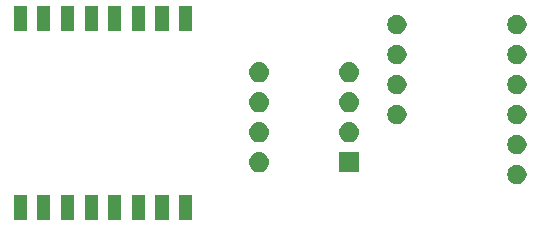
<source format=gts>
%TF.GenerationSoftware,KiCad,Pcbnew,5.0.0+dfsg1-2*%
%TF.CreationDate,2018-11-25T17:27:35+01:00*%
%TF.ProjectId,LoRa Environmental Sensors,4C6F526120456E7669726F6E6D656E74,01*%
%TF.SameCoordinates,Original*%
%TF.FileFunction,Soldermask,Top*%
%TF.FilePolarity,Negative*%
%FSLAX46Y46*%
G04 Gerber Fmt 4.6, Leading zero omitted, Abs format (unit mm)*
G04 Created by KiCad (PCBNEW 5.0.0+dfsg1-2) date Sun Nov 25 17:27:35 2018*
%MOMM*%
%LPD*%
G01*
G04 APERTURE LIST*
%ADD10C,0.150000*%
G04 APERTURE END LIST*
D10*
G36*
X146869800Y-86647800D02*
X145768200Y-86647800D01*
X145768200Y-84546200D01*
X146869800Y-84546200D01*
X146869800Y-86647800D01*
X146869800Y-86647800D01*
G37*
G36*
X144869800Y-86647800D02*
X143768200Y-86647800D01*
X143768200Y-84546200D01*
X144869800Y-84546200D01*
X144869800Y-86647800D01*
X144869800Y-86647800D01*
G37*
G36*
X132869800Y-86647800D02*
X131768200Y-86647800D01*
X131768200Y-84546200D01*
X132869800Y-84546200D01*
X132869800Y-86647800D01*
X132869800Y-86647800D01*
G37*
G36*
X134869800Y-86647800D02*
X133768200Y-86647800D01*
X133768200Y-84546200D01*
X134869800Y-84546200D01*
X134869800Y-86647800D01*
X134869800Y-86647800D01*
G37*
G36*
X136869800Y-86647800D02*
X135768200Y-86647800D01*
X135768200Y-84546200D01*
X136869800Y-84546200D01*
X136869800Y-86647800D01*
X136869800Y-86647800D01*
G37*
G36*
X138869800Y-86647800D02*
X137768200Y-86647800D01*
X137768200Y-84546200D01*
X138869800Y-84546200D01*
X138869800Y-86647800D01*
X138869800Y-86647800D01*
G37*
G36*
X140869800Y-86647800D02*
X139768200Y-86647800D01*
X139768200Y-84546200D01*
X140869800Y-84546200D01*
X140869800Y-86647800D01*
X140869800Y-86647800D01*
G37*
G36*
X142869800Y-86647800D02*
X141768200Y-86647800D01*
X141768200Y-84546200D01*
X142869800Y-84546200D01*
X142869800Y-86647800D01*
X142869800Y-86647800D01*
G37*
G36*
X174608085Y-82022435D02*
X174756004Y-82083705D01*
X174889133Y-82172659D01*
X175002341Y-82285867D01*
X175091295Y-82418996D01*
X175152565Y-82566915D01*
X175183800Y-82723945D01*
X175183800Y-82884055D01*
X175152565Y-83041085D01*
X175091295Y-83189004D01*
X175002341Y-83322133D01*
X174889133Y-83435341D01*
X174756004Y-83524295D01*
X174608085Y-83585565D01*
X174451055Y-83616800D01*
X174290945Y-83616800D01*
X174133915Y-83585565D01*
X173985996Y-83524295D01*
X173852867Y-83435341D01*
X173739659Y-83322133D01*
X173650705Y-83189004D01*
X173589435Y-83041085D01*
X173558200Y-82884055D01*
X173558200Y-82723945D01*
X173589435Y-82566915D01*
X173650705Y-82418996D01*
X173739659Y-82285867D01*
X173852867Y-82172659D01*
X173985996Y-82083705D01*
X174133915Y-82022435D01*
X174290945Y-81991200D01*
X174451055Y-81991200D01*
X174608085Y-82022435D01*
X174608085Y-82022435D01*
G37*
G36*
X152693787Y-80949510D02*
X152854160Y-80998160D01*
X152854162Y-80998161D01*
X153001966Y-81077163D01*
X153131517Y-81183483D01*
X153237837Y-81313034D01*
X153316839Y-81460838D01*
X153316840Y-81460840D01*
X153365490Y-81621213D01*
X153381916Y-81788000D01*
X153365490Y-81954787D01*
X153316840Y-82115160D01*
X153316839Y-82115162D01*
X153237837Y-82262966D01*
X153131517Y-82392517D01*
X153001966Y-82498837D01*
X152854162Y-82577839D01*
X152854160Y-82577840D01*
X152693787Y-82626490D01*
X152568794Y-82638800D01*
X152485206Y-82638800D01*
X152360213Y-82626490D01*
X152199840Y-82577840D01*
X152199838Y-82577839D01*
X152052034Y-82498837D01*
X151922483Y-82392517D01*
X151816163Y-82262966D01*
X151737161Y-82115162D01*
X151737160Y-82115160D01*
X151688510Y-81954787D01*
X151672084Y-81788000D01*
X151688510Y-81621213D01*
X151737160Y-81460840D01*
X151737161Y-81460838D01*
X151816163Y-81313034D01*
X151922483Y-81183483D01*
X152052034Y-81077163D01*
X152199838Y-80998161D01*
X152199840Y-80998160D01*
X152360213Y-80949510D01*
X152485206Y-80937200D01*
X152568794Y-80937200D01*
X152693787Y-80949510D01*
X152693787Y-80949510D01*
G37*
G36*
X160997800Y-82638800D02*
X159296200Y-82638800D01*
X159296200Y-80937200D01*
X160997800Y-80937200D01*
X160997800Y-82638800D01*
X160997800Y-82638800D01*
G37*
G36*
X174608085Y-79482435D02*
X174756004Y-79543705D01*
X174889133Y-79632659D01*
X175002341Y-79745867D01*
X175091295Y-79878996D01*
X175152565Y-80026915D01*
X175183800Y-80183945D01*
X175183800Y-80344055D01*
X175152565Y-80501085D01*
X175091295Y-80649004D01*
X175002341Y-80782133D01*
X174889133Y-80895341D01*
X174756004Y-80984295D01*
X174608085Y-81045565D01*
X174451055Y-81076800D01*
X174290945Y-81076800D01*
X174133915Y-81045565D01*
X173985996Y-80984295D01*
X173852867Y-80895341D01*
X173739659Y-80782133D01*
X173650705Y-80649004D01*
X173589435Y-80501085D01*
X173558200Y-80344055D01*
X173558200Y-80183945D01*
X173589435Y-80026915D01*
X173650705Y-79878996D01*
X173739659Y-79745867D01*
X173852867Y-79632659D01*
X173985996Y-79543705D01*
X174133915Y-79482435D01*
X174290945Y-79451200D01*
X174451055Y-79451200D01*
X174608085Y-79482435D01*
X174608085Y-79482435D01*
G37*
G36*
X152693787Y-78409510D02*
X152854160Y-78458160D01*
X152854162Y-78458161D01*
X153001966Y-78537163D01*
X153131517Y-78643483D01*
X153237837Y-78773034D01*
X153316839Y-78920838D01*
X153316840Y-78920840D01*
X153365490Y-79081213D01*
X153381916Y-79248000D01*
X153365490Y-79414787D01*
X153316840Y-79575160D01*
X153316839Y-79575162D01*
X153237837Y-79722966D01*
X153131517Y-79852517D01*
X153001966Y-79958837D01*
X152854162Y-80037839D01*
X152854160Y-80037840D01*
X152693787Y-80086490D01*
X152568794Y-80098800D01*
X152485206Y-80098800D01*
X152360213Y-80086490D01*
X152199840Y-80037840D01*
X152199838Y-80037839D01*
X152052034Y-79958837D01*
X151922483Y-79852517D01*
X151816163Y-79722966D01*
X151737161Y-79575162D01*
X151737160Y-79575160D01*
X151688510Y-79414787D01*
X151672084Y-79248000D01*
X151688510Y-79081213D01*
X151737160Y-78920840D01*
X151737161Y-78920838D01*
X151816163Y-78773034D01*
X151922483Y-78643483D01*
X152052034Y-78537163D01*
X152199838Y-78458161D01*
X152199840Y-78458160D01*
X152360213Y-78409510D01*
X152485206Y-78397200D01*
X152568794Y-78397200D01*
X152693787Y-78409510D01*
X152693787Y-78409510D01*
G37*
G36*
X160313787Y-78409510D02*
X160474160Y-78458160D01*
X160474162Y-78458161D01*
X160621966Y-78537163D01*
X160751517Y-78643483D01*
X160857837Y-78773034D01*
X160936839Y-78920838D01*
X160936840Y-78920840D01*
X160985490Y-79081213D01*
X161001916Y-79248000D01*
X160985490Y-79414787D01*
X160936840Y-79575160D01*
X160936839Y-79575162D01*
X160857837Y-79722966D01*
X160751517Y-79852517D01*
X160621966Y-79958837D01*
X160474162Y-80037839D01*
X160474160Y-80037840D01*
X160313787Y-80086490D01*
X160188794Y-80098800D01*
X160105206Y-80098800D01*
X159980213Y-80086490D01*
X159819840Y-80037840D01*
X159819838Y-80037839D01*
X159672034Y-79958837D01*
X159542483Y-79852517D01*
X159436163Y-79722966D01*
X159357161Y-79575162D01*
X159357160Y-79575160D01*
X159308510Y-79414787D01*
X159292084Y-79248000D01*
X159308510Y-79081213D01*
X159357160Y-78920840D01*
X159357161Y-78920838D01*
X159436163Y-78773034D01*
X159542483Y-78643483D01*
X159672034Y-78537163D01*
X159819838Y-78458161D01*
X159819840Y-78458160D01*
X159980213Y-78409510D01*
X160105206Y-78397200D01*
X160188794Y-78397200D01*
X160313787Y-78409510D01*
X160313787Y-78409510D01*
G37*
G36*
X174608085Y-76942435D02*
X174756004Y-77003705D01*
X174889133Y-77092659D01*
X175002341Y-77205867D01*
X175091295Y-77338996D01*
X175152565Y-77486915D01*
X175183800Y-77643945D01*
X175183800Y-77804055D01*
X175152565Y-77961085D01*
X175091295Y-78109004D01*
X175002341Y-78242133D01*
X174889133Y-78355341D01*
X174756004Y-78444295D01*
X174608085Y-78505565D01*
X174451055Y-78536800D01*
X174290945Y-78536800D01*
X174133915Y-78505565D01*
X173985996Y-78444295D01*
X173852867Y-78355341D01*
X173739659Y-78242133D01*
X173650705Y-78109004D01*
X173589435Y-77961085D01*
X173558200Y-77804055D01*
X173558200Y-77643945D01*
X173589435Y-77486915D01*
X173650705Y-77338996D01*
X173739659Y-77205867D01*
X173852867Y-77092659D01*
X173985996Y-77003705D01*
X174133915Y-76942435D01*
X174290945Y-76911200D01*
X174451055Y-76911200D01*
X174608085Y-76942435D01*
X174608085Y-76942435D01*
G37*
G36*
X164448085Y-76942435D02*
X164596004Y-77003705D01*
X164729133Y-77092659D01*
X164842341Y-77205867D01*
X164931295Y-77338996D01*
X164992565Y-77486915D01*
X165023800Y-77643945D01*
X165023800Y-77804055D01*
X164992565Y-77961085D01*
X164931295Y-78109004D01*
X164842341Y-78242133D01*
X164729133Y-78355341D01*
X164596004Y-78444295D01*
X164448085Y-78505565D01*
X164291055Y-78536800D01*
X164130945Y-78536800D01*
X163973915Y-78505565D01*
X163825996Y-78444295D01*
X163692867Y-78355341D01*
X163579659Y-78242133D01*
X163490705Y-78109004D01*
X163429435Y-77961085D01*
X163398200Y-77804055D01*
X163398200Y-77643945D01*
X163429435Y-77486915D01*
X163490705Y-77338996D01*
X163579659Y-77205867D01*
X163692867Y-77092659D01*
X163825996Y-77003705D01*
X163973915Y-76942435D01*
X164130945Y-76911200D01*
X164291055Y-76911200D01*
X164448085Y-76942435D01*
X164448085Y-76942435D01*
G37*
G36*
X152693787Y-75869510D02*
X152854160Y-75918160D01*
X152854162Y-75918161D01*
X153001966Y-75997163D01*
X153131517Y-76103483D01*
X153237837Y-76233034D01*
X153316839Y-76380838D01*
X153316840Y-76380840D01*
X153365490Y-76541213D01*
X153381916Y-76708000D01*
X153365490Y-76874787D01*
X153316840Y-77035160D01*
X153316839Y-77035162D01*
X153237837Y-77182966D01*
X153131517Y-77312517D01*
X153001966Y-77418837D01*
X152854162Y-77497839D01*
X152854160Y-77497840D01*
X152693787Y-77546490D01*
X152568794Y-77558800D01*
X152485206Y-77558800D01*
X152360213Y-77546490D01*
X152199840Y-77497840D01*
X152199838Y-77497839D01*
X152052034Y-77418837D01*
X151922483Y-77312517D01*
X151816163Y-77182966D01*
X151737161Y-77035162D01*
X151737160Y-77035160D01*
X151688510Y-76874787D01*
X151672084Y-76708000D01*
X151688510Y-76541213D01*
X151737160Y-76380840D01*
X151737161Y-76380838D01*
X151816163Y-76233034D01*
X151922483Y-76103483D01*
X152052034Y-75997163D01*
X152199838Y-75918161D01*
X152199840Y-75918160D01*
X152360213Y-75869510D01*
X152485206Y-75857200D01*
X152568794Y-75857200D01*
X152693787Y-75869510D01*
X152693787Y-75869510D01*
G37*
G36*
X160313787Y-75869510D02*
X160474160Y-75918160D01*
X160474162Y-75918161D01*
X160621966Y-75997163D01*
X160751517Y-76103483D01*
X160857837Y-76233034D01*
X160936839Y-76380838D01*
X160936840Y-76380840D01*
X160985490Y-76541213D01*
X161001916Y-76708000D01*
X160985490Y-76874787D01*
X160936840Y-77035160D01*
X160936839Y-77035162D01*
X160857837Y-77182966D01*
X160751517Y-77312517D01*
X160621966Y-77418837D01*
X160474162Y-77497839D01*
X160474160Y-77497840D01*
X160313787Y-77546490D01*
X160188794Y-77558800D01*
X160105206Y-77558800D01*
X159980213Y-77546490D01*
X159819840Y-77497840D01*
X159819838Y-77497839D01*
X159672034Y-77418837D01*
X159542483Y-77312517D01*
X159436163Y-77182966D01*
X159357161Y-77035162D01*
X159357160Y-77035160D01*
X159308510Y-76874787D01*
X159292084Y-76708000D01*
X159308510Y-76541213D01*
X159357160Y-76380840D01*
X159357161Y-76380838D01*
X159436163Y-76233034D01*
X159542483Y-76103483D01*
X159672034Y-75997163D01*
X159819838Y-75918161D01*
X159819840Y-75918160D01*
X159980213Y-75869510D01*
X160105206Y-75857200D01*
X160188794Y-75857200D01*
X160313787Y-75869510D01*
X160313787Y-75869510D01*
G37*
G36*
X174608085Y-74402435D02*
X174756004Y-74463705D01*
X174889133Y-74552659D01*
X175002341Y-74665867D01*
X175091295Y-74798996D01*
X175152565Y-74946915D01*
X175183800Y-75103945D01*
X175183800Y-75264055D01*
X175152565Y-75421085D01*
X175091295Y-75569004D01*
X175002341Y-75702133D01*
X174889133Y-75815341D01*
X174756004Y-75904295D01*
X174608085Y-75965565D01*
X174451055Y-75996800D01*
X174290945Y-75996800D01*
X174133915Y-75965565D01*
X173985996Y-75904295D01*
X173852867Y-75815341D01*
X173739659Y-75702133D01*
X173650705Y-75569004D01*
X173589435Y-75421085D01*
X173558200Y-75264055D01*
X173558200Y-75103945D01*
X173589435Y-74946915D01*
X173650705Y-74798996D01*
X173739659Y-74665867D01*
X173852867Y-74552659D01*
X173985996Y-74463705D01*
X174133915Y-74402435D01*
X174290945Y-74371200D01*
X174451055Y-74371200D01*
X174608085Y-74402435D01*
X174608085Y-74402435D01*
G37*
G36*
X164448085Y-74402435D02*
X164596004Y-74463705D01*
X164729133Y-74552659D01*
X164842341Y-74665867D01*
X164931295Y-74798996D01*
X164992565Y-74946915D01*
X165023800Y-75103945D01*
X165023800Y-75264055D01*
X164992565Y-75421085D01*
X164931295Y-75569004D01*
X164842341Y-75702133D01*
X164729133Y-75815341D01*
X164596004Y-75904295D01*
X164448085Y-75965565D01*
X164291055Y-75996800D01*
X164130945Y-75996800D01*
X163973915Y-75965565D01*
X163825996Y-75904295D01*
X163692867Y-75815341D01*
X163579659Y-75702133D01*
X163490705Y-75569004D01*
X163429435Y-75421085D01*
X163398200Y-75264055D01*
X163398200Y-75103945D01*
X163429435Y-74946915D01*
X163490705Y-74798996D01*
X163579659Y-74665867D01*
X163692867Y-74552659D01*
X163825996Y-74463705D01*
X163973915Y-74402435D01*
X164130945Y-74371200D01*
X164291055Y-74371200D01*
X164448085Y-74402435D01*
X164448085Y-74402435D01*
G37*
G36*
X152693787Y-73329510D02*
X152854160Y-73378160D01*
X152854162Y-73378161D01*
X153001966Y-73457163D01*
X153131517Y-73563483D01*
X153237837Y-73693034D01*
X153316839Y-73840838D01*
X153316840Y-73840840D01*
X153365490Y-74001213D01*
X153381916Y-74168000D01*
X153365490Y-74334787D01*
X153316840Y-74495160D01*
X153316839Y-74495162D01*
X153237837Y-74642966D01*
X153131517Y-74772517D01*
X153001966Y-74878837D01*
X152854162Y-74957839D01*
X152854160Y-74957840D01*
X152693787Y-75006490D01*
X152568794Y-75018800D01*
X152485206Y-75018800D01*
X152360213Y-75006490D01*
X152199840Y-74957840D01*
X152199838Y-74957839D01*
X152052034Y-74878837D01*
X151922483Y-74772517D01*
X151816163Y-74642966D01*
X151737161Y-74495162D01*
X151737160Y-74495160D01*
X151688510Y-74334787D01*
X151672084Y-74168000D01*
X151688510Y-74001213D01*
X151737160Y-73840840D01*
X151737161Y-73840838D01*
X151816163Y-73693034D01*
X151922483Y-73563483D01*
X152052034Y-73457163D01*
X152199838Y-73378161D01*
X152199840Y-73378160D01*
X152360213Y-73329510D01*
X152485206Y-73317200D01*
X152568794Y-73317200D01*
X152693787Y-73329510D01*
X152693787Y-73329510D01*
G37*
G36*
X160313787Y-73329510D02*
X160474160Y-73378160D01*
X160474162Y-73378161D01*
X160621966Y-73457163D01*
X160751517Y-73563483D01*
X160857837Y-73693034D01*
X160936839Y-73840838D01*
X160936840Y-73840840D01*
X160985490Y-74001213D01*
X161001916Y-74168000D01*
X160985490Y-74334787D01*
X160936840Y-74495160D01*
X160936839Y-74495162D01*
X160857837Y-74642966D01*
X160751517Y-74772517D01*
X160621966Y-74878837D01*
X160474162Y-74957839D01*
X160474160Y-74957840D01*
X160313787Y-75006490D01*
X160188794Y-75018800D01*
X160105206Y-75018800D01*
X159980213Y-75006490D01*
X159819840Y-74957840D01*
X159819838Y-74957839D01*
X159672034Y-74878837D01*
X159542483Y-74772517D01*
X159436163Y-74642966D01*
X159357161Y-74495162D01*
X159357160Y-74495160D01*
X159308510Y-74334787D01*
X159292084Y-74168000D01*
X159308510Y-74001213D01*
X159357160Y-73840840D01*
X159357161Y-73840838D01*
X159436163Y-73693034D01*
X159542483Y-73563483D01*
X159672034Y-73457163D01*
X159819838Y-73378161D01*
X159819840Y-73378160D01*
X159980213Y-73329510D01*
X160105206Y-73317200D01*
X160188794Y-73317200D01*
X160313787Y-73329510D01*
X160313787Y-73329510D01*
G37*
G36*
X174608085Y-71862435D02*
X174756004Y-71923705D01*
X174889133Y-72012659D01*
X175002341Y-72125867D01*
X175091295Y-72258996D01*
X175152565Y-72406915D01*
X175183800Y-72563945D01*
X175183800Y-72724055D01*
X175152565Y-72881085D01*
X175091295Y-73029004D01*
X175002341Y-73162133D01*
X174889133Y-73275341D01*
X174756004Y-73364295D01*
X174608085Y-73425565D01*
X174451055Y-73456800D01*
X174290945Y-73456800D01*
X174133915Y-73425565D01*
X173985996Y-73364295D01*
X173852867Y-73275341D01*
X173739659Y-73162133D01*
X173650705Y-73029004D01*
X173589435Y-72881085D01*
X173558200Y-72724055D01*
X173558200Y-72563945D01*
X173589435Y-72406915D01*
X173650705Y-72258996D01*
X173739659Y-72125867D01*
X173852867Y-72012659D01*
X173985996Y-71923705D01*
X174133915Y-71862435D01*
X174290945Y-71831200D01*
X174451055Y-71831200D01*
X174608085Y-71862435D01*
X174608085Y-71862435D01*
G37*
G36*
X164448085Y-71862435D02*
X164596004Y-71923705D01*
X164729133Y-72012659D01*
X164842341Y-72125867D01*
X164931295Y-72258996D01*
X164992565Y-72406915D01*
X165023800Y-72563945D01*
X165023800Y-72724055D01*
X164992565Y-72881085D01*
X164931295Y-73029004D01*
X164842341Y-73162133D01*
X164729133Y-73275341D01*
X164596004Y-73364295D01*
X164448085Y-73425565D01*
X164291055Y-73456800D01*
X164130945Y-73456800D01*
X163973915Y-73425565D01*
X163825996Y-73364295D01*
X163692867Y-73275341D01*
X163579659Y-73162133D01*
X163490705Y-73029004D01*
X163429435Y-72881085D01*
X163398200Y-72724055D01*
X163398200Y-72563945D01*
X163429435Y-72406915D01*
X163490705Y-72258996D01*
X163579659Y-72125867D01*
X163692867Y-72012659D01*
X163825996Y-71923705D01*
X163973915Y-71862435D01*
X164130945Y-71831200D01*
X164291055Y-71831200D01*
X164448085Y-71862435D01*
X164448085Y-71862435D01*
G37*
G36*
X174608085Y-69322435D02*
X174756004Y-69383705D01*
X174889133Y-69472659D01*
X175002341Y-69585867D01*
X175091295Y-69718996D01*
X175152565Y-69866915D01*
X175183800Y-70023945D01*
X175183800Y-70184055D01*
X175152565Y-70341085D01*
X175091295Y-70489004D01*
X175002341Y-70622133D01*
X174889133Y-70735341D01*
X174756004Y-70824295D01*
X174608085Y-70885565D01*
X174451055Y-70916800D01*
X174290945Y-70916800D01*
X174133915Y-70885565D01*
X173985996Y-70824295D01*
X173852867Y-70735341D01*
X173739659Y-70622133D01*
X173650705Y-70489004D01*
X173589435Y-70341085D01*
X173558200Y-70184055D01*
X173558200Y-70023945D01*
X173589435Y-69866915D01*
X173650705Y-69718996D01*
X173739659Y-69585867D01*
X173852867Y-69472659D01*
X173985996Y-69383705D01*
X174133915Y-69322435D01*
X174290945Y-69291200D01*
X174451055Y-69291200D01*
X174608085Y-69322435D01*
X174608085Y-69322435D01*
G37*
G36*
X164448085Y-69322435D02*
X164596004Y-69383705D01*
X164729133Y-69472659D01*
X164842341Y-69585867D01*
X164931295Y-69718996D01*
X164992565Y-69866915D01*
X165023800Y-70023945D01*
X165023800Y-70184055D01*
X164992565Y-70341085D01*
X164931295Y-70489004D01*
X164842341Y-70622133D01*
X164729133Y-70735341D01*
X164596004Y-70824295D01*
X164448085Y-70885565D01*
X164291055Y-70916800D01*
X164130945Y-70916800D01*
X163973915Y-70885565D01*
X163825996Y-70824295D01*
X163692867Y-70735341D01*
X163579659Y-70622133D01*
X163490705Y-70489004D01*
X163429435Y-70341085D01*
X163398200Y-70184055D01*
X163398200Y-70023945D01*
X163429435Y-69866915D01*
X163490705Y-69718996D01*
X163579659Y-69585867D01*
X163692867Y-69472659D01*
X163825996Y-69383705D01*
X163973915Y-69322435D01*
X164130945Y-69291200D01*
X164291055Y-69291200D01*
X164448085Y-69322435D01*
X164448085Y-69322435D01*
G37*
G36*
X136869800Y-70647800D02*
X135768200Y-70647800D01*
X135768200Y-68546200D01*
X136869800Y-68546200D01*
X136869800Y-70647800D01*
X136869800Y-70647800D01*
G37*
G36*
X146869800Y-70647800D02*
X145768200Y-70647800D01*
X145768200Y-68546200D01*
X146869800Y-68546200D01*
X146869800Y-70647800D01*
X146869800Y-70647800D01*
G37*
G36*
X144869800Y-70647800D02*
X143768200Y-70647800D01*
X143768200Y-68546200D01*
X144869800Y-68546200D01*
X144869800Y-70647800D01*
X144869800Y-70647800D01*
G37*
G36*
X142869800Y-70647800D02*
X141768200Y-70647800D01*
X141768200Y-68546200D01*
X142869800Y-68546200D01*
X142869800Y-70647800D01*
X142869800Y-70647800D01*
G37*
G36*
X140869800Y-70647800D02*
X139768200Y-70647800D01*
X139768200Y-68546200D01*
X140869800Y-68546200D01*
X140869800Y-70647800D01*
X140869800Y-70647800D01*
G37*
G36*
X132869800Y-70647800D02*
X131768200Y-70647800D01*
X131768200Y-68546200D01*
X132869800Y-68546200D01*
X132869800Y-70647800D01*
X132869800Y-70647800D01*
G37*
G36*
X134869800Y-70647800D02*
X133768200Y-70647800D01*
X133768200Y-68546200D01*
X134869800Y-68546200D01*
X134869800Y-70647800D01*
X134869800Y-70647800D01*
G37*
G36*
X138869800Y-70647800D02*
X137768200Y-70647800D01*
X137768200Y-68546200D01*
X138869800Y-68546200D01*
X138869800Y-70647800D01*
X138869800Y-70647800D01*
G37*
M02*

</source>
